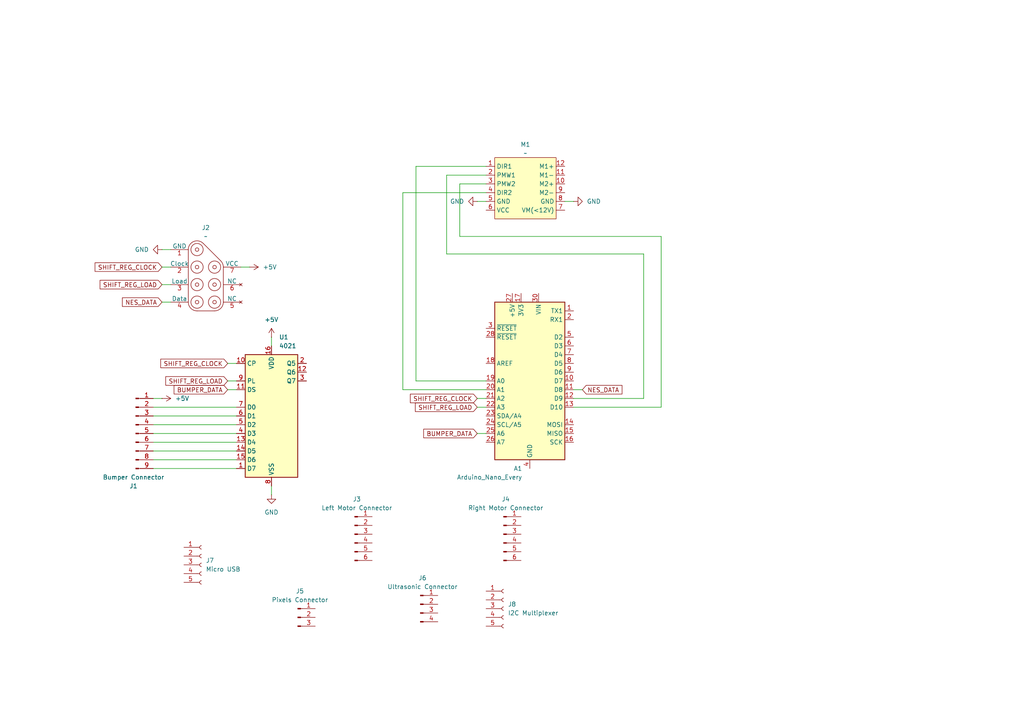
<source format=kicad_sch>
(kicad_sch (version 20231120) (generator "eeschema") (generator_version "8.0")
  (paper "A4")
  (lib_symbols
    (symbol "4xxx:4021"
      (property "Reference" "U" (at -5.08 19.05 0))
      (property "Value" "4021" (at 3.81 19.05 0))
      (symbol "4021_0_1"
        (rectangle (start -7.62 17.78) (end 7.62 -17.78) (stroke (width 0.254)) (fill (type background)))
      )
      (symbol "4021_1_1"
        (pin input line (at -10.16 -15.24 0) (length 2.54) (name "D7") (number "1"))
        (pin input line (at -10.16 15.24 0) (length 2.54) (name "CP") (number "10"))
        (pin input line (at -10.16 7.62 0) (length 2.54) (name "DS") (number "11"))
        (pin output line (at 10.16 12.7 180) (length 2.54) (name "Q6") (number "12"))
        (pin input line (at -10.16 -7.62 0) (length 2.54) (name "D4") (number "13"))
        (pin input line (at -10.16 -10.16 0) (length 2.54) (name "D5") (number "14"))
        (pin input line (at -10.16 -12.7 0) (length 2.54) (name "D6") (number "15"))
        (pin power_in line (at 0 20.32 270) (length 2.54) (name "VDD") (number "16"))
        (pin output line (at 10.16 15.24 180) (length 2.54) (name "Q5") (number "2"))
        (pin output line (at 10.16 10.16 180) (length 2.54) (name "Q7") (number "3"))
        (pin input line (at -10.16 -5.08 0) (length 2.54) (name "D3") (number "4"))
        (pin input line (at -10.16 -2.54 0) (length 2.54) (name "D2") (number "5"))
        (pin input line (at -10.16 0 0) (length 2.54) (name "D1") (number "6"))
        (pin input line (at -10.16 2.54 0) (length 2.54) (name "D0") (number "7"))
        (pin power_in line (at 0 -20.32 90) (length 2.54) (name "VSS") (number "8"))
        (pin input line (at -10.16 10.16 0) (length 2.54) (name "PL") (number "9"))
      )
    )
    (symbol "Connector:Conn_01x03_Pin" (pin_names (offset 1.016) hide)
      (property "Reference" "J" (at 0 5.08 0))
      (property "Value" "Conn_01x03_Pin" (at 0 -5.08 0))
      (symbol "Conn_01x03_Pin_1_1"
        (polyline (pts (xy 1.27 -2.54) (xy 0.8636 -2.54)) (stroke (width 0.1524)))
        (polyline (pts (xy 1.27 0) (xy 0.8636 0)) (stroke (width 0.1524)))
        (polyline (pts (xy 1.27 2.54) (xy 0.8636 2.54)) (stroke (width 0.1524)))
        (rectangle (start 0.8636 -2.413) (end 0 -2.667) (stroke (width 0.1524)) (fill (type outline)))
        (rectangle (start 0.8636 0.127) (end 0 -0.127) (stroke (width 0.1524)) (fill (type outline)))
        (rectangle (start 0.8636 2.667) (end 0 2.413) (stroke (width 0.1524)) (fill (type outline)))
        (pin passive line (at 5.08 2.54 180) (length 3.81) (name "Pin_1") (number "1"))
        (pin passive line (at 5.08 0 180) (length 3.81) (name "Pin_2") (number "2"))
        (pin passive line (at 5.08 -2.54 180) (length 3.81) (name "Pin_3") (number "3"))
      )
    )
    (symbol "Connector:Conn_01x04_Pin" (pin_names (offset 1.016) hide)
      (property "Reference" "J" (at 0 5.08 0))
      (property "Value" "Conn_01x04_Pin" (at 0 -7.62 0))
      (symbol "Conn_01x04_Pin_1_1"
        (polyline (pts (xy 1.27 -5.08) (xy 0.8636 -5.08)) (stroke (width 0.1524)))
        (polyline (pts (xy 1.27 -2.54) (xy 0.8636 -2.54)) (stroke (width 0.1524)))
        (polyline (pts (xy 1.27 0) (xy 0.8636 0)) (stroke (width 0.1524)))
        (polyline (pts (xy 1.27 2.54) (xy 0.8636 2.54)) (stroke (width 0.1524)))
        (rectangle (start 0.8636 -4.953) (end 0 -5.207) (stroke (width 0.1524)) (fill (type outline)))
        (rectangle (start 0.8636 -2.413) (end 0 -2.667) (stroke (width 0.1524)) (fill (type outline)))
        (rectangle (start 0.8636 0.127) (end 0 -0.127) (stroke (width 0.1524)) (fill (type outline)))
        (rectangle (start 0.8636 2.667) (end 0 2.413) (stroke (width 0.1524)) (fill (type outline)))
        (pin passive line (at 5.08 2.54 180) (length 3.81) (name "Pin_1") (number "1"))
        (pin passive line (at 5.08 0 180) (length 3.81) (name "Pin_2") (number "2"))
        (pin passive line (at 5.08 -2.54 180) (length 3.81) (name "Pin_3") (number "3"))
        (pin passive line (at 5.08 -5.08 180) (length 3.81) (name "Pin_4") (number "4"))
      )
    )
    (symbol "Connector:Conn_01x05_Socket" (pin_names (offset 1.016) hide)
      (property "Reference" "J" (at 0 7.62 0))
      (property "Value" "Conn_01x05_Socket" (at 0 -7.62 0))
      (symbol "Conn_01x05_Socket_1_1"
        (arc (start 0 -4.572) (mid -0.5058 -5.08) (end 0 -5.588) (stroke (width 0.1524)))
        (arc (start 0 -2.032) (mid -0.5058 -2.54) (end 0 -3.048) (stroke (width 0.1524)))
        (polyline (pts (xy -1.27 -5.08) (xy -0.508 -5.08)) (stroke (width 0.1524)))
        (polyline (pts (xy -1.27 -2.54) (xy -0.508 -2.54)) (stroke (width 0.1524)))
        (polyline (pts (xy -1.27 0) (xy -0.508 0)) (stroke (width 0.1524)))
        (polyline (pts (xy -1.27 2.54) (xy -0.508 2.54)) (stroke (width 0.1524)))
        (polyline (pts (xy -1.27 5.08) (xy -0.508 5.08)) (stroke (width 0.1524)))
        (arc (start 0 0.508) (mid -0.5058 0) (end 0 -0.508) (stroke (width 0.1524)))
        (arc (start 0 3.048) (mid -0.5058 2.54) (end 0 2.032) (stroke (width 0.1524)))
        (arc (start 0 5.588) (mid -0.5058 5.08) (end 0 4.572) (stroke (width 0.1524)))
        (pin passive line (at -5.08 5.08 0) (length 3.81) (name "Pin_1") (number "1"))
        (pin passive line (at -5.08 2.54 0) (length 3.81) (name "Pin_2") (number "2"))
        (pin passive line (at -5.08 0 0) (length 3.81) (name "Pin_3") (number "3"))
        (pin passive line (at -5.08 -2.54 0) (length 3.81) (name "Pin_4") (number "4"))
        (pin passive line (at -5.08 -5.08 0) (length 3.81) (name "Pin_5") (number "5"))
      )
    )
    (symbol "Connector:Conn_01x06_Pin" (pin_names (offset 1.016) hide)
      (property "Reference" "J" (at 0 7.62 0))
      (property "Value" "Conn_01x06_Pin" (at 0 -10.16 0))
      (symbol "Conn_01x06_Pin_1_1"
        (polyline (pts (xy 1.27 -7.62) (xy 0.8636 -7.62)) (stroke (width 0.1524)))
        (polyline (pts (xy 1.27 -5.08) (xy 0.8636 -5.08)) (stroke (width 0.1524)))
        (polyline (pts (xy 1.27 -2.54) (xy 0.8636 -2.54)) (stroke (width 0.1524)))
        (polyline (pts (xy 1.27 0) (xy 0.8636 0)) (stroke (width 0.1524)))
        (polyline (pts (xy 1.27 2.54) (xy 0.8636 2.54)) (stroke (width 0.1524)))
        (polyline (pts (xy 1.27 5.08) (xy 0.8636 5.08)) (stroke (width 0.1524)))
        (rectangle (start 0.8636 -7.493) (end 0 -7.747) (stroke (width 0.1524)) (fill (type outline)))
        (rectangle (start 0.8636 -4.953) (end 0 -5.207) (stroke (width 0.1524)) (fill (type outline)))
        (rectangle (start 0.8636 -2.413) (end 0 -2.667) (stroke (width 0.1524)) (fill (type outline)))
        (rectangle (start 0.8636 0.127) (end 0 -0.127) (stroke (width 0.1524)) (fill (type outline)))
        (rectangle (start 0.8636 2.667) (end 0 2.413) (stroke (width 0.1524)) (fill (type outline)))
        (rectangle (start 0.8636 5.207) (end 0 4.953) (stroke (width 0.1524)) (fill (type outline)))
        (pin passive line (at 5.08 5.08 180) (length 3.81) (name "Pin_1") (number "1"))
        (pin passive line (at 5.08 2.54 180) (length 3.81) (name "Pin_2") (number "2"))
        (pin passive line (at 5.08 0 180) (length 3.81) (name "Pin_3") (number "3"))
        (pin passive line (at 5.08 -2.54 180) (length 3.81) (name "Pin_4") (number "4"))
        (pin passive line (at 5.08 -5.08 180) (length 3.81) (name "Pin_5") (number "5"))
        (pin passive line (at 5.08 -7.62 180) (length 3.81) (name "Pin_6") (number "6"))
      )
    )
    (symbol "Connector:Conn_01x09_Pin" (pin_names (offset 1.016) hide)
      (property "Reference" "J" (at 0 12.7 0))
      (property "Value" "Conn_01x09_Pin" (at 0 -12.7 0))
      (symbol "Conn_01x09_Pin_1_1"
        (polyline (pts (xy 1.27 -10.16) (xy 0.8636 -10.16)) (stroke (width 0.1524)))
        (polyline (pts (xy 1.27 -7.62) (xy 0.8636 -7.62)) (stroke (width 0.1524)))
        (polyline (pts (xy 1.27 -5.08) (xy 0.8636 -5.08)) (stroke (width 0.1524)))
        (polyline (pts (xy 1.27 -2.54) (xy 0.8636 -2.54)) (stroke (width 0.1524)))
        (polyline (pts (xy 1.27 0) (xy 0.8636 0)) (stroke (width 0.1524)))
        (polyline (pts (xy 1.27 2.54) (xy 0.8636 2.54)) (stroke (width 0.1524)))
        (polyline (pts (xy 1.27 5.08) (xy 0.8636 5.08)) (stroke (width 0.1524)))
        (polyline (pts (xy 1.27 7.62) (xy 0.8636 7.62)) (stroke (width 0.1524)))
        (polyline (pts (xy 1.27 10.16) (xy 0.8636 10.16)) (stroke (width 0.1524)))
        (rectangle (start 0.8636 -10.033) (end 0 -10.287) (stroke (width 0.1524)) (fill (type outline)))
        (rectangle (start 0.8636 -7.493) (end 0 -7.747) (stroke (width 0.1524)) (fill (type outline)))
        (rectangle (start 0.8636 -4.953) (end 0 -5.207) (stroke (width 0.1524)) (fill (type outline)))
        (rectangle (start 0.8636 -2.413) (end 0 -2.667) (stroke (width 0.1524)) (fill (type outline)))
        (rectangle (start 0.8636 0.127) (end 0 -0.127) (stroke (width 0.1524)) (fill (type outline)))
        (rectangle (start 0.8636 2.667) (end 0 2.413) (stroke (width 0.1524)) (fill (type outline)))
        (rectangle (start 0.8636 5.207) (end 0 4.953) (stroke (width 0.1524)) (fill (type outline)))
        (rectangle (start 0.8636 7.747) (end 0 7.493) (stroke (width 0.1524)) (fill (type outline)))
        (rectangle (start 0.8636 10.287) (end 0 10.033) (stroke (width 0.1524)) (fill (type outline)))
        (pin passive line (at 5.08 10.16 180) (length 3.81) (name "Pin_1") (number "1"))
        (pin passive line (at 5.08 7.62 180) (length 3.81) (name "Pin_2") (number "2"))
        (pin passive line (at 5.08 5.08 180) (length 3.81) (name "Pin_3") (number "3"))
        (pin passive line (at 5.08 2.54 180) (length 3.81) (name "Pin_4") (number "4"))
        (pin passive line (at 5.08 0 180) (length 3.81) (name "Pin_5") (number "5"))
        (pin passive line (at 5.08 -2.54 180) (length 3.81) (name "Pin_6") (number "6"))
        (pin passive line (at 5.08 -5.08 180) (length 3.81) (name "Pin_7") (number "7"))
        (pin passive line (at 5.08 -7.62 180) (length 3.81) (name "Pin_8") (number "8"))
        (pin passive line (at 5.08 -10.16 180) (length 3.81) (name "Pin_9") (number "9"))
      )
    )
    (symbol "DFRobot_DC_Motor_Driver_Shield:DFRobot_DC_Motor_Driver_Shield"
      (property "Reference" "M" (at 0 4.826 0))
      (property "Footprint" "DFRobot_DC_Motor_Driver_Shield:DFRobot_DC_Motor_Driver_Shield" (at 0 -15.24 0))
      (symbol "DFRobot_DC_Motor_Driver_Shield_1_1"
        (rectangle (start -8.89 3.81) (end 8.89 -13.97) (fill (type background)))
        (pin input line (at -11.43 1.27 0) (length 2.54) (name "DIR1") (number "1"))
        (pin input line (at 11.43 -3.81 180) (length 2.54) (name "M2+") (number "10"))
        (pin power_in line (at 11.43 -1.27 180) (length 2.54) (name "M1-") (number "11"))
        (pin power_in line (at 11.43 1.27 180) (length 2.54) (name "M1+") (number "12"))
        (pin input line (at -11.43 -1.27 0) (length 2.54) (name "PMW1") (number "2"))
        (pin input line (at -11.43 -3.81 0) (length 2.54) (name "PMW2") (number "3"))
        (pin input line (at -11.43 -6.35 0) (length 2.54) (name "DIR2") (number "4"))
        (pin power_in line (at -11.43 -8.89 0) (length 2.54) (name "GND") (number "5"))
        (pin power_in line (at -11.43 -11.43 0) (length 2.54) (name "VCC") (number "6"))
        (pin input line (at 11.43 -11.43 180) (length 2.54) (name "VM(<12V)") (number "7"))
        (pin input line (at 11.43 -8.89 180) (length 2.54) (name "GND") (number "8"))
        (pin input line (at 11.43 -6.35 180) (length 2.54) (name "M2-") (number "9"))
      )
    )
    (symbol "MCU_Module:Arduino_Nano_Every"
      (property "Reference" "A" (at -10.16 23.495 0))
      (property "Value" "Arduino_Nano_Every" (at 5.08 -24.13 0))
      (symbol "Arduino_Nano_Every_0_1"
        (rectangle (start -10.16 22.86) (end 10.16 -22.86) (stroke (width 0.254)) (fill (type background)))
      )
      (symbol "Arduino_Nano_Every_1_1"
        (pin bidirectional line (at -12.7 20.32 0) (length 2.54) (name "TX1") (number "1"))
        (pin bidirectional line (at -12.7 0 0) (length 2.54) (name "D7") (number "10"))
        (pin bidirectional line (at -12.7 -2.54 0) (length 2.54) (name "D8") (number "11"))
        (pin bidirectional line (at -12.7 -5.08 0) (length 2.54) (name "D9") (number "12"))
        (pin bidirectional line (at -12.7 -7.62 0) (length 2.54) (name "D10") (number "13"))
        (pin bidirectional line (at -12.7 -12.7 0) (length 2.54) (name "MOSI") (number "14"))
        (pin bidirectional line (at -12.7 -15.24 0) (length 2.54) (name "MISO") (number "15"))
        (pin bidirectional line (at -12.7 -17.78 0) (length 2.54) (name "SCK") (number "16"))
        (pin power_out line (at 2.54 25.4 270) (length 2.54) (name "3V3") (number "17"))
        (pin input line (at 12.7 5.08 180) (length 2.54) (name "AREF") (number "18"))
        (pin bidirectional line (at 12.7 0 180) (length 2.54) (name "A0") (number "19"))
        (pin bidirectional line (at -12.7 17.78 0) (length 2.54) (name "RX1") (number "2"))
        (pin bidirectional line (at 12.7 -2.54 180) (length 2.54) (name "A1") (number "20"))
        (pin bidirectional line (at 12.7 -5.08 180) (length 2.54) (name "A2") (number "21"))
        (pin bidirectional line (at 12.7 -7.62 180) (length 2.54) (name "A3") (number "22"))
        (pin bidirectional line (at 12.7 -10.16 180) (length 2.54) (name "SDA/A4") (number "23"))
        (pin bidirectional line (at 12.7 -12.7 180) (length 2.54) (name "SCL/A5") (number "24"))
        (pin bidirectional line (at 12.7 -15.24 180) (length 2.54) (name "A6") (number "25"))
        (pin bidirectional line (at 12.7 -17.78 180) (length 2.54) (name "A7") (number "26"))
        (pin power_out line (at 5.08 25.4 270) (length 2.54) (name "+5V") (number "27"))
        (pin input line (at 12.7 12.7 180) (length 2.54) (name "~{RESET}") (number "28"))
        (pin passive line (at 0 -25.4 90) (length 2.54) hide (name "GND") (number "29"))
        (pin input line (at 12.7 15.24 180) (length 2.54) (name "~{RESET}") (number "3"))
        (pin power_in line (at -2.54 25.4 270) (length 2.54) (name "VIN") (number "30"))
        (pin power_in line (at 0 -25.4 90) (length 2.54) (name "GND") (number "4"))
        (pin bidirectional line (at -12.7 12.7 0) (length 2.54) (name "D2") (number "5"))
        (pin bidirectional line (at -12.7 10.16 0) (length 2.54) (name "D3") (number "6"))
        (pin bidirectional line (at -12.7 7.62 0) (length 2.54) (name "D4") (number "7"))
        (pin bidirectional line (at -12.7 5.08 0) (length 2.54) (name "D5") (number "8"))
        (pin bidirectional line (at -12.7 2.54 0) (length 2.54) (name "D6") (number "9"))
      )
    )
    (symbol "NES_Controller_Port:NES_Controller_Port" (pin_names (offset 0))
      (property "Reference" "J" (at -3.302 10.922 0))
      (symbol "NES_Controller_Port_0_1"
        (arc (start -5.08 -7.62) (mid -4.3361 -9.4161) (end -2.54 -10.16))
        (circle (center -2.54 -7.62) (radius 0.508))
        (circle (center -2.54 -7.62) (radius 1.778))
        (circle (center -2.54 -2.54) (radius 0.508))
        (circle (center -2.54 -2.54) (radius 1.778))
        (circle (center -2.54 2.54) (radius 0.508))
        (circle (center -2.54 2.54) (radius 1.778))
        (circle (center -2.54 7.62) (radius 0.508))
        (circle (center -2.54 7.62) (radius 1.778))
        (arc (start -0.7536 9.423) (mid -3.5158 9.959) (end -5.08 7.62))
        (polyline (pts (xy -5.08 -7.62) (xy -5.08 7.62)))
        (polyline (pts (xy -2.54 -10.16) (xy 2.54 -10.16)))
        (polyline (pts (xy 4.3374 4.343) (xy -0.7536 9.423)))
        (polyline (pts (xy 5.08 -7.62) (xy 5.08 2.54)))
        (arc (start 2.54 -10.16) (mid 4.3361 -9.4161) (end 5.08 -7.62))
        (circle (center 2.54 -7.62) (radius 0.508))
        (circle (center 2.54 -7.62) (radius 1.778))
        (circle (center 2.54 -2.54) (radius 0.508))
        (circle (center 2.54 -2.54) (radius 1.778))
        (circle (center 2.54 2.54) (radius 0.508))
        (circle (center 2.54 2.54) (radius 1.778))
        (arc (start 5.08 2.54) (mid 4.8884 3.5156) (end 4.3374 4.343))
      )
      (symbol "NES_Controller_Port_1_1"
        (pin power_in line (at -10.16 7.62 0) (length 5.08) (name "GND") (number "1"))
        (pin output line (at -10.16 2.54 0) (length 5.08) (name "Clock") (number "2"))
        (pin output line (at -10.16 -2.54 0) (length 5.08) (name "Load") (number "3"))
        (pin input line (at -10.16 -7.62 0) (length 5.08) (name "Data") (number "4"))
        (pin no_connect line (at 10.16 -7.62 180) (length 5.08) (name "NC") (number "5"))
        (pin no_connect line (at 10.16 -2.54 180) (length 5.08) (name "NC") (number "6"))
        (pin power_in line (at 10.16 2.54 180) (length 5.08) (name "VCC") (number "7"))
      )
    )
    (symbol "power:+5V" (power) (pin_numbers hide) (pin_names (offset 0) hide)
      (property "Value" "+5V" (at 0 3.556 0))
      (symbol "+5V_0_1"
        (polyline (pts (xy -0.762 1.27) (xy 0 2.54)))
        (polyline (pts (xy 0 0) (xy 0 2.54)))
        (polyline (pts (xy 0 2.54) (xy 0.762 1.27)))
      )
      (symbol "+5V_1_1"
        (pin power_in line (at 0 0 90) (length 0) (name "~") (number "1"))
      )
    )
    (symbol "power:GND" (power) (pin_numbers hide) (pin_names (offset 0) hide)
      (property "Value" "GND" (at 0 -3.81 0))
      (symbol "GND_0_1"
        (polyline (pts (xy 0 0) (xy 0 -1.27) (xy 1.27 -1.27) (xy 0 -2.54) (xy -1.27 -1.27) (xy 0 -1.27)))
      )
      (symbol "GND_1_1"
        (pin power_in line (at 0 0 270) (length 0) (name "~") (number "1"))
      )
    )
  )
  (wire (pts (xy 133.35 68.58) (xy 133.35 53.34)))
  (wire (pts (xy 44.45 125.73) (xy 68.58 125.73)))
  (wire (pts (xy 44.45 135.89) (xy 68.58 135.89)))
  (wire (pts (xy 166.37 113.03) (xy 168.91 113.03)))
  (wire (pts (xy 140.97 113.03) (xy 116.84 113.03)))
  (wire (pts (xy 191.77 68.58) (xy 133.35 68.58)))
  (wire (pts (xy 120.65 48.26) (xy 120.65 110.49)))
  (wire (pts (xy 186.69 115.57) (xy 166.37 115.57)))
  (wire (pts (xy 46.99 87.63) (xy 49.53 87.63)))
  (wire (pts (xy 186.69 73.66) (xy 186.69 115.57)))
  (wire (pts (xy 166.37 118.11) (xy 191.77 118.11)))
  (wire (pts (xy 66.04 105.41) (xy 68.58 105.41)))
  (wire (pts (xy 116.84 55.88) (xy 140.97 55.88)))
  (wire (pts (xy 78.74 140.97) (xy 78.74 143.51)))
  (wire (pts (xy 46.99 115.57) (xy 44.45 115.57)))
  (wire (pts (xy 44.45 118.11) (xy 68.58 118.11)))
  (wire (pts (xy 66.04 113.03) (xy 68.58 113.03)))
  (wire (pts (xy 46.99 77.47) (xy 49.53 77.47)))
  (wire (pts (xy 140.97 50.8) (xy 129.54 50.8)))
  (wire (pts (xy 72.39 77.47) (xy 69.85 77.47)))
  (wire (pts (xy 66.04 110.49) (xy 68.58 110.49)))
  (wire (pts (xy 129.54 50.8) (xy 129.54 73.66)))
  (wire (pts (xy 120.65 110.49) (xy 140.97 110.49)))
  (wire (pts (xy 140.97 48.26) (xy 120.65 48.26)))
  (wire (pts (xy 138.43 115.57) (xy 140.97 115.57)))
  (wire (pts (xy 78.74 97.79) (xy 78.74 100.33)))
  (wire (pts (xy 133.35 53.34) (xy 140.97 53.34)))
  (wire (pts (xy 138.43 118.11) (xy 140.97 118.11)))
  (wire (pts (xy 44.45 133.35) (xy 68.58 133.35)))
  (wire (pts (xy 46.99 82.55) (xy 49.53 82.55)))
  (wire (pts (xy 163.83 58.42) (xy 166.37 58.42)))
  (wire (pts (xy 44.45 120.65) (xy 68.58 120.65)))
  (wire (pts (xy 46.99 72.39) (xy 49.53 72.39)))
  (wire (pts (xy 44.45 123.19) (xy 68.58 123.19)))
  (wire (pts (xy 129.54 73.66) (xy 186.69 73.66)))
  (wire (pts (xy 138.43 58.42) (xy 140.97 58.42)))
  (wire (pts (xy 44.45 130.81) (xy 68.58 130.81)))
  (wire (pts (xy 116.84 113.03) (xy 116.84 55.88)))
  (wire (pts (xy 44.45 128.27) (xy 68.58 128.27)))
  (wire (pts (xy 138.43 125.73) (xy 140.97 125.73)))
  (wire (pts (xy 191.77 118.11) (xy 191.77 68.58)))
  (global_label "SHIFT_REG_CLOCK" (shape input) (at 46.99 77.47 180) (property "Intersheetrefs" "${INTERSHEET_REFS}" (effects (hide yes))))
  (global_label "SHIFT_REG_LOAD" (shape input) (at 46.99 82.55 180) (property "Intersheetrefs" "${INTERSHEET_REFS}" (effects (hide yes))))
  (global_label "NES_DATA" (shape input) (at 168.91 113.03 0) (property "Intersheetrefs" "${INTERSHEET_REFS}" (effects (hide yes))))
  (global_label "SHIFT_REG_LOAD" (shape input) (at 138.43 118.11 180) (property "Intersheetrefs" "${INTERSHEET_REFS}" (effects (hide yes))))
  (global_label "SHIFT_REG_LOAD" (shape input) (at 66.04 110.49 180) (property "Intersheetrefs" "${INTERSHEET_REFS}" (effects (hide yes))))
  (global_label "BUMPER_DATA" (shape input) (at 66.04 113.03 180) (property "Intersheetrefs" "${INTERSHEET_REFS}" (effects (hide yes))))
  (global_label "SHIFT_REG_CLOCK" (shape input) (at 66.04 105.41 180) (property "Intersheetrefs" "${INTERSHEET_REFS}" (effects (hide yes))))
  (global_label "NES_DATA" (shape input) (at 46.99 87.63 180) (property "Intersheetrefs" "${INTERSHEET_REFS}" (effects (hide yes))))
  (global_label "SHIFT_REG_CLOCK" (shape input) (at 138.43 115.57 180) (property "Intersheetrefs" "${INTERSHEET_REFS}" (effects (hide yes))))
  (global_label "BUMPER_DATA" (shape input) (at 138.43 125.73 180) (property "Intersheetrefs" "${INTERSHEET_REFS}" (effects (hide yes))))
  (symbol (lib_id "power:GND") (at 46.99 72.39 270) (unit 1)
    (property "Reference" "#PWR05" (effects (hide yes)))
    (property "Value" "GND" (at 43.18 72.3899 90) (effects (justify right)))
    (property "Description" "Power symbol creates a global label with name \"GND\" , ground" (effects (hide yes)))
  )
  (symbol (lib_id "4xxx:4021") (at 78.74 120.65 0) (unit 1)
    (property "Reference" "U1" (at 80.9341 97.79 0) (effects (justify left)))
    (property "Value" "4021" (at 80.9341 100.33 0) (effects (justify left)))
    (property "Footprint" "Package_DIP:DIP-16_W7.62mm" (effects (hide yes)))
    (property "Datasheet" "https://assets.nexperia.com/documents/data-sheet/HEF4021B.pdf" (effects (hide yes)))
    (property "Description" "8-bit static shift register" (effects (hide yes)))
  )
  (symbol (lib_id "Connector:Conn_01x06_Pin") (at 146.05 154.94 0) (unit 1)
    (property "Reference" "J4" (at 146.685 144.78 0))
    (property "Value" "Right Motor Connector" (at 146.685 147.32 0))
    (property "Footprint" "Connector_PinHeader_2.54mm:PinHeader_1x06_P2.54mm_Horizontal" (effects (hide yes)))
    (property "Description" "Generic connector, single row, 01x06, script generated" (effects (hide yes)))
  )
  (symbol (lib_id "Connector:Conn_01x06_Pin") (at 102.87 154.94 0) (unit 1)
    (property "Reference" "J3" (at 103.505 144.78 0))
    (property "Value" "Left Motor Connector" (at 103.505 147.32 0))
    (property "Footprint" "Connector_PinHeader_2.54mm:PinHeader_1x06_P2.54mm_Horizontal" (effects (hide yes)))
    (property "Description" "Generic connector, single row, 01x06, script generated" (effects (hide yes)))
  )
  (symbol (lib_id "Connector:Conn_01x05_Socket") (at 58.42 163.83 0) (unit 1)
    (property "Reference" "J7" (at 59.69 162.5599 0) (effects (justify left)))
    (property "Value" "Micro USB" (at 59.69 165.0999 0) (effects (justify left)))
    (property "Footprint" "Adafruit_1833_Shield:Adafruit_1833_Shield" (effects (hide yes)))
    (property "Description" "Generic connector, single row, 01x05, script generated" (effects (hide yes)))
  )
  (symbol (lib_id "Connector:Conn_01x03_Pin") (at 86.36 179.07 0) (unit 1)
    (property "Reference" "J5" (at 86.995 171.45 0))
    (property "Value" "Pixels Connector" (at 86.995 173.99 0))
    (property "Footprint" "Connector_PinHeader_2.54mm:PinHeader_1x03_P2.54mm_Vertical" (effects (hide yes)))
    (property "Description" "Generic connector, single row, 01x03, script generated" (effects (hide yes)))
  )
  (symbol (lib_id "Connector:Conn_01x04_Pin") (at 121.92 175.26 0) (unit 1)
    (property "Reference" "J6" (at 122.555 167.64 0))
    (property "Value" "Ultrasonic Connector" (at 122.555 170.18 0))
    (property "Footprint" "Connector_PinHeader_2.54mm:PinHeader_1x04_P2.54mm_Horizontal" (effects (hide yes)))
    (property "Description" "Generic connector, single row, 01x04, script generated" (effects (hide yes)))
  )
  (symbol (lib_id "power:+5V") (at 46.99 115.57 270) (unit 1)
    (property "Reference" "#PWR01" (effects (hide yes)))
    (property "Value" "+5V" (at 50.8 115.5699 90) (effects (justify left)))
    (property "Description" "Power symbol creates a global label with name \"+5V\"" (effects (hide yes)))
  )
  (symbol (lib_id "power:GND") (at 166.37 58.42 90) (unit 1)
    (property "Reference" "#PWR07" (effects (hide yes)))
    (property "Value" "GND" (at 170.18 58.4199 90) (effects (justify right)))
    (property "Description" "Power symbol creates a global label with name \"GND\" , ground" (effects (hide yes)))
  )
  (symbol (lib_id "power:GND") (at 78.74 143.51 0) (unit 1)
    (property "Reference" "#PWR03" (effects (hide yes)))
    (property "Value" "GND" (at 78.74 148.59 0))
    (property "Description" "Power symbol creates a global label with name \"GND\" , ground" (effects (hide yes)))
  )
  (symbol (lib_id "DFRobot_DC_Motor_Driver_Shield:DFRobot_DC_Motor_Driver_Shield") (at 152.4 49.53 0) (unit 1)
    (property "Reference" "M1" (at 152.4 41.91 0))
    (property "Value" "~" (at 152.4 44.45 0))
    (property "Footprint" "DFRobot_DC_Motor_Driver_Shield:DFRobot_DC_Motor_Driver_Shield" (effects (hide yes)))
  )
  (symbol (lib_id "MCU_Module:Arduino_Nano_Every") (at 153.67 110.49 0) (mirror y) (unit 1)
    (property "Reference" "A1" (at 151.4759 135.89 0) (effects (justify left)))
    (property "Value" "Arduino_Nano_Every" (at 151.4759 138.43 0) (effects (justify left)))
    (property "Footprint" "Module:Arduino_Nano" (effects (hide yes)))
    (property "Datasheet" "https://content.arduino.cc/assets/NANOEveryV3.0_sch.pdf" (effects (hide yes)))
    (property "Description" "Arduino Nano Every" (effects (hide yes)))
  )
  (symbol (lib_id "power:GND") (at 138.43 58.42 270) (unit 1)
    (property "Reference" "#PWR06" (effects (hide yes)))
    (property "Value" "GND" (at 134.62 58.4199 90) (effects (justify right)))
    (property "Description" "Power symbol creates a global label with name \"GND\" , ground" (effects (hide yes)))
  )
  (symbol (lib_id "power:+5V") (at 72.39 77.47 270) (unit 1)
    (property "Reference" "#PWR04" (effects (hide yes)))
    (property "Value" "+5V" (at 76.2 77.4699 90) (effects (justify left)))
    (property "Description" "Power symbol creates a global label with name \"+5V\"" (effects (hide yes)))
  )
  (symbol (lib_id "NES_Controller_Port:NES_Controller_Port") (at 59.69 80.01 0) (unit 1)
    (property "Reference" "J2" (at 59.69 66.04 0))
    (property "Value" "~" (at 59.69 68.58 0))
    (property "Footprint" "NES_Controller_Port:NES_Controller_Port" (effects (hide yes)))
    (property "Datasheet" "https://github.com/HBoyd255/nes-controller-port" (effects (hide yes)))
  )
  (symbol (lib_id "Connector:Conn_01x09_Pin") (at 39.37 125.73 0) (unit 1)
    (property "Reference" "J1" (at 38.735 140.97 0))
    (property "Value" "Bumper Connector" (at 38.735 138.43 0))
    (property "Footprint" "Connector_PinHeader_2.54mm:PinHeader_1x09_P2.54mm_Horizontal" (effects (hide yes)))
    (property "Description" "Generic connector, single row, 01x09, script generated" (effects (hide yes)))
  )
  (symbol (lib_id "Connector:Conn_01x05_Socket") (at 146.05 176.53 0) (unit 1)
    (property "Reference" "J8" (at 147.32 175.2599 0) (effects (justify left)))
    (property "Value" "I2C Multiplexer" (at 147.32 177.7999 0) (effects (justify left)))
    (property "Footprint" "Adafruit_5664_Shield:Adafruit_5664_Shield" (effects (hide yes)))
    (property "Description" "Generic connector, single row, 01x05, script generated" (effects (hide yes)))
  )
  (symbol (lib_id "power:+5V") (at 78.74 97.79 0) (unit 1)
    (property "Reference" "#PWR02" (effects (hide yes)))
    (property "Value" "+5V" (at 78.74 92.71 0))
    (property "Description" "Power symbol creates a global label with name \"+5V\"" (effects (hide yes)))
  )
)
</source>
